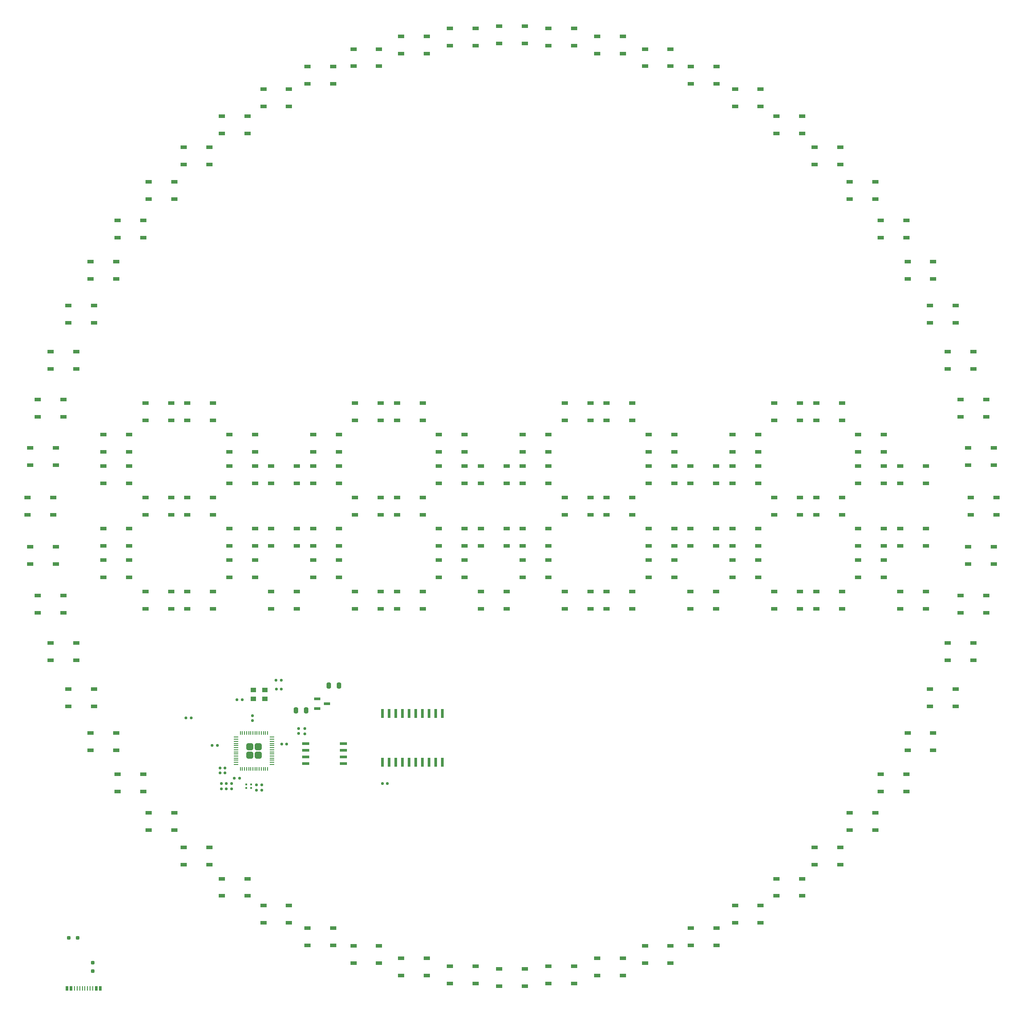
<source format=gbr>
%TF.GenerationSoftware,KiCad,Pcbnew,(6.0.9-0)*%
%TF.CreationDate,2022-12-31T14:30:25+01:00*%
%TF.ProjectId,tomclock,746f6d63-6c6f-4636-9b2e-6b696361645f,rev?*%
%TF.SameCoordinates,Original*%
%TF.FileFunction,Paste,Top*%
%TF.FilePolarity,Positive*%
%FSLAX46Y46*%
G04 Gerber Fmt 4.6, Leading zero omitted, Abs format (unit mm)*
G04 Created by KiCad (PCBNEW (6.0.9-0)) date 2022-12-31 14:30:25*
%MOMM*%
%LPD*%
G01*
G04 APERTURE LIST*
G04 Aperture macros list*
%AMRoundRect*
0 Rectangle with rounded corners*
0 $1 Rounding radius*
0 $2 $3 $4 $5 $6 $7 $8 $9 X,Y pos of 4 corners*
0 Add a 4 corners polygon primitive as box body*
4,1,4,$2,$3,$4,$5,$6,$7,$8,$9,$2,$3,0*
0 Add four circle primitives for the rounded corners*
1,1,$1+$1,$2,$3*
1,1,$1+$1,$4,$5*
1,1,$1+$1,$6,$7*
1,1,$1+$1,$8,$9*
0 Add four rect primitives between the rounded corners*
20,1,$1+$1,$2,$3,$4,$5,0*
20,1,$1+$1,$4,$5,$6,$7,0*
20,1,$1+$1,$6,$7,$8,$9,0*
20,1,$1+$1,$8,$9,$2,$3,0*%
G04 Aperture macros list end*
%ADD10R,1.200000X0.720000*%
%ADD11RoundRect,0.084000X-0.164000X0.140000X-0.164000X-0.140000X0.164000X-0.140000X0.164000X0.140000X0*%
%ADD12RoundRect,0.084000X0.140000X0.164000X-0.140000X0.164000X-0.140000X-0.164000X0.140000X-0.164000X0*%
%ADD13R,1.120000X0.960000*%
%ADD14RoundRect,0.084000X-0.140000X-0.164000X0.140000X-0.164000X0.140000X0.164000X-0.140000X0.164000X0*%
%ADD15RoundRect,0.081000X-0.175000X0.135000X-0.175000X-0.135000X0.175000X-0.135000X0.175000X0.135000X0*%
%ADD16RoundRect,0.120000X0.260000X-0.200000X0.260000X0.200000X-0.260000X0.200000X-0.260000X-0.200000X0*%
%ADD17RoundRect,0.081000X-0.135000X-0.175000X0.135000X-0.175000X0.135000X0.175000X-0.135000X0.175000X0*%
%ADD18RoundRect,0.084000X0.164000X-0.140000X0.164000X0.140000X-0.164000X0.140000X-0.164000X-0.140000X0*%
%ADD19RoundRect,0.002500X-0.587500X-0.237500X0.587500X-0.237500X0.587500X0.237500X-0.587500X0.237500X0*%
%ADD20RoundRect,0.000000X-0.640000X-0.240000X0.640000X-0.240000X0.640000X0.240000X-0.640000X0.240000X0*%
%ADD21RoundRect,0.079500X0.100500X-0.079500X0.100500X0.079500X-0.100500X0.079500X-0.100500X-0.079500X0*%
%ADD22R,0.480000X0.928000*%
%ADD23R,0.240000X0.928000*%
%ADD24RoundRect,0.150000X0.250000X0.430000X-0.250000X0.430000X-0.250000X-0.430000X0.250000X-0.430000X0*%
%ADD25RoundRect,0.120000X0.200000X0.260000X-0.200000X0.260000X-0.200000X-0.260000X0.200000X-0.260000X0*%
%ADD26RoundRect,0.249999X0.395001X0.395001X-0.395001X0.395001X-0.395001X-0.395001X0.395001X-0.395001X0*%
%ADD27RoundRect,0.000000X0.350000X0.080000X-0.350000X0.080000X-0.350000X-0.080000X0.350000X-0.080000X0*%
%ADD28RoundRect,0.030000X0.050000X0.320000X-0.050000X0.320000X-0.050000X-0.320000X0.050000X-0.320000X0*%
%ADD29RoundRect,0.000000X0.240000X-0.820000X0.240000X0.820000X-0.240000X0.820000X-0.240000X-0.820000X0*%
G04 APERTURE END LIST*
D10*
%TO.C,DS92*%
X115300000Y-117600000D03*
X115300000Y-120900000D03*
X120200000Y-120900000D03*
X120200000Y-117600000D03*
%TD*%
%TO.C,DS18*%
X204395595Y-139410000D03*
X204395595Y-142710000D03*
X209295595Y-142710000D03*
X209295595Y-139410000D03*
%TD*%
%TO.C,DS98*%
X123300000Y-105600000D03*
X123300000Y-108900000D03*
X128200000Y-108900000D03*
X128200000Y-105600000D03*
%TD*%
%TO.C,DS117*%
X171300000Y-111600000D03*
X171300000Y-114900000D03*
X176200000Y-114900000D03*
X176200000Y-111600000D03*
%TD*%
%TO.C,DS66*%
X51300000Y-111600000D03*
X51300000Y-114900000D03*
X56200000Y-114900000D03*
X56200000Y-111600000D03*
%TD*%
%TO.C,DS65*%
X67300000Y-105600000D03*
X67300000Y-108900000D03*
X72200000Y-108900000D03*
X72200000Y-105600000D03*
%TD*%
D11*
%TO.C,C6*%
X67750000Y-166270000D03*
X67750000Y-167230000D03*
%TD*%
D10*
%TO.C,DS115*%
X163300000Y-105600000D03*
X163300000Y-108900000D03*
X168200000Y-108900000D03*
X168200000Y-105600000D03*
%TD*%
D12*
%TO.C,C8*%
X69230000Y-165250000D03*
X68270000Y-165250000D03*
%TD*%
D10*
%TO.C,DS43*%
X30765595Y-130310000D03*
X30765595Y-133610000D03*
X35665595Y-133610000D03*
X35665595Y-130310000D03*
%TD*%
D13*
%TO.C,Y1*%
X74100000Y-148400000D03*
X71900000Y-148400000D03*
X71900000Y-150100000D03*
X74100000Y-150100000D03*
%TD*%
D10*
%TO.C,DS112*%
X179300000Y-93600000D03*
X179300000Y-96900000D03*
X184200000Y-96900000D03*
X184200000Y-93600000D03*
%TD*%
D14*
%TO.C,C16*%
X65540000Y-163250000D03*
X66500000Y-163250000D03*
%TD*%
D10*
%TO.C,DS123*%
X171300000Y-129600000D03*
X171300000Y-132900000D03*
X176200000Y-132900000D03*
X176200000Y-129600000D03*
%TD*%
D15*
%TO.C,R2*%
X81750000Y-155740000D03*
X81750000Y-156760000D03*
%TD*%
D10*
%TO.C,DS86*%
X107300000Y-117600000D03*
X107300000Y-120900000D03*
X112200000Y-120900000D03*
X112200000Y-117600000D03*
%TD*%
%TO.C,DS64*%
X43300000Y-105600000D03*
X43300000Y-108900000D03*
X48200000Y-108900000D03*
X48200000Y-105600000D03*
%TD*%
%TO.C,DS23*%
X179015595Y-178480000D03*
X179015595Y-181780000D03*
X183915595Y-181780000D03*
X183915595Y-178480000D03*
%TD*%
%TO.C,DS109*%
X155300000Y-117600000D03*
X155300000Y-120900000D03*
X160200000Y-120900000D03*
X160200000Y-117600000D03*
%TD*%
%TO.C,DS91*%
X115300000Y-105600000D03*
X115300000Y-108900000D03*
X120200000Y-108900000D03*
X120200000Y-105600000D03*
%TD*%
%TO.C,DS93*%
X115300000Y-129600000D03*
X115300000Y-132900000D03*
X120200000Y-132900000D03*
X120200000Y-129600000D03*
%TD*%
%TO.C,DS82*%
X107300000Y-105600000D03*
X107300000Y-108900000D03*
X112200000Y-108900000D03*
X112200000Y-105600000D03*
%TD*%
%TO.C,DS118*%
X179300000Y-111600000D03*
X179300000Y-114900000D03*
X184200000Y-114900000D03*
X184200000Y-111600000D03*
%TD*%
D16*
%TO.C,R4*%
X41250000Y-202075000D03*
X41250000Y-200425000D03*
%TD*%
D10*
%TO.C,DS63*%
X67300000Y-99600000D03*
X67300000Y-102900000D03*
X72200000Y-102900000D03*
X72200000Y-99600000D03*
%TD*%
%TO.C,DS71*%
X67300000Y-123600000D03*
X67300000Y-126900000D03*
X72200000Y-126900000D03*
X72200000Y-123600000D03*
%TD*%
%TO.C,DS125*%
X195300000Y-105600000D03*
X195300000Y-108900000D03*
X200200000Y-108900000D03*
X200200000Y-105600000D03*
%TD*%
%TO.C,DS70*%
X43300000Y-123600000D03*
X43300000Y-126900000D03*
X48200000Y-126900000D03*
X48200000Y-123600000D03*
%TD*%
%TO.C,DS0*%
X118795595Y-21600000D03*
X118795595Y-24900000D03*
X123695595Y-24900000D03*
X123695595Y-21600000D03*
%TD*%
%TO.C,DS16*%
X208305595Y-121010000D03*
X208305595Y-124310000D03*
X213205595Y-124310000D03*
X213205595Y-121010000D03*
%TD*%
%TO.C,DS13*%
X206825595Y-92890000D03*
X206825595Y-96190000D03*
X211725595Y-96190000D03*
X211725595Y-92890000D03*
%TD*%
%TO.C,DS40*%
X40855595Y-156600000D03*
X40855595Y-159900000D03*
X45755595Y-159900000D03*
X45755595Y-156600000D03*
%TD*%
%TO.C,DS107*%
X139300000Y-129600000D03*
X139300000Y-132900000D03*
X144200000Y-132900000D03*
X144200000Y-129600000D03*
%TD*%
%TO.C,DS48*%
X33195595Y-83790000D03*
X33195595Y-87090000D03*
X38095595Y-87090000D03*
X38095595Y-83790000D03*
%TD*%
D14*
%TO.C,C13*%
X68790000Y-150250000D03*
X69750000Y-150250000D03*
%TD*%
D10*
%TO.C,DS20*%
X196735595Y-156600000D03*
X196735595Y-159900000D03*
X201635595Y-159900000D03*
X201635595Y-156600000D03*
%TD*%
D17*
%TO.C,R7*%
X76240000Y-146500000D03*
X77260000Y-146500000D03*
%TD*%
D10*
%TO.C,DS1*%
X128205595Y-22090000D03*
X128205595Y-25390000D03*
X133105595Y-25390000D03*
X133105595Y-22090000D03*
%TD*%
%TO.C,DS19*%
X201015595Y-148210000D03*
X201015595Y-151510000D03*
X205915595Y-151510000D03*
X205915595Y-148210000D03*
%TD*%
%TO.C,DS33*%
X90985595Y-197200000D03*
X90985595Y-200500000D03*
X95885595Y-200500000D03*
X95885595Y-197200000D03*
%TD*%
%TO.C,DS95*%
X139300000Y-93600000D03*
X139300000Y-96900000D03*
X144200000Y-96900000D03*
X144200000Y-93600000D03*
%TD*%
%TO.C,DS119*%
X163300000Y-117600000D03*
X163300000Y-120900000D03*
X168200000Y-120900000D03*
X168200000Y-117600000D03*
%TD*%
%TO.C,DS78*%
X99300000Y-93600000D03*
X99300000Y-96900000D03*
X104200000Y-96900000D03*
X104200000Y-93600000D03*
%TD*%
%TO.C,DS11*%
X201015595Y-74990000D03*
X201015595Y-78290000D03*
X205915595Y-78290000D03*
X205915595Y-74990000D03*
%TD*%
%TO.C,DS80*%
X107300000Y-99600000D03*
X107300000Y-102900000D03*
X112200000Y-102900000D03*
X112200000Y-99600000D03*
%TD*%
D11*
%TO.C,C5*%
X65750000Y-166270000D03*
X65750000Y-167230000D03*
%TD*%
D10*
%TO.C,DS3*%
X146605595Y-26000000D03*
X146605595Y-29300000D03*
X151505595Y-29300000D03*
X151505595Y-26000000D03*
%TD*%
%TO.C,DS47*%
X30765595Y-92890000D03*
X30765595Y-96190000D03*
X35665595Y-96190000D03*
X35665595Y-92890000D03*
%TD*%
%TO.C,DS62*%
X43300000Y-99600000D03*
X43300000Y-102900000D03*
X48200000Y-102900000D03*
X48200000Y-99600000D03*
%TD*%
%TO.C,DS85*%
X83300000Y-117600000D03*
X83300000Y-120900000D03*
X88200000Y-120900000D03*
X88200000Y-117600000D03*
%TD*%
%TO.C,DS6*%
X171695595Y-38790000D03*
X171695595Y-42090000D03*
X176595595Y-42090000D03*
X176595595Y-38790000D03*
%TD*%
%TO.C,DS103*%
X147300000Y-117600000D03*
X147300000Y-120900000D03*
X152200000Y-120900000D03*
X152200000Y-117600000D03*
%TD*%
%TO.C,DS111*%
X171300000Y-93600000D03*
X171300000Y-96900000D03*
X176200000Y-96900000D03*
X176200000Y-93600000D03*
%TD*%
%TO.C,DS39*%
X45985595Y-164500000D03*
X45985595Y-167800000D03*
X50885595Y-167800000D03*
X50885595Y-164500000D03*
%TD*%
D18*
%TO.C,C1*%
X80500000Y-156710000D03*
X80500000Y-155750000D03*
%TD*%
D10*
%TO.C,DS127*%
X195300000Y-129600000D03*
X195300000Y-132900000D03*
X200200000Y-132900000D03*
X200200000Y-129600000D03*
%TD*%
D19*
%TO.C,U2*%
X84062500Y-150050000D03*
X84062500Y-151950000D03*
X85937500Y-151000000D03*
%TD*%
D10*
%TO.C,DS122*%
X187300000Y-123600000D03*
X187300000Y-126900000D03*
X192200000Y-126900000D03*
X192200000Y-123600000D03*
%TD*%
%TO.C,DS50*%
X40855595Y-66600000D03*
X40855595Y-69900000D03*
X45755595Y-69900000D03*
X45755595Y-66600000D03*
%TD*%
%TO.C,DS10*%
X196735595Y-66600000D03*
X196735595Y-69900000D03*
X201635595Y-69900000D03*
X201635595Y-66600000D03*
%TD*%
%TO.C,DS108*%
X155300000Y-105600000D03*
X155300000Y-108900000D03*
X160200000Y-108900000D03*
X160200000Y-105600000D03*
%TD*%
%TO.C,DS83*%
X91300000Y-111600000D03*
X91300000Y-114900000D03*
X96200000Y-114900000D03*
X96200000Y-111600000D03*
%TD*%
%TO.C,DS72*%
X51300000Y-129600000D03*
X51300000Y-132900000D03*
X56200000Y-132900000D03*
X56200000Y-129600000D03*
%TD*%
D14*
%TO.C,C17*%
X96520000Y-166250000D03*
X97480000Y-166250000D03*
%TD*%
D10*
%TO.C,DS126*%
X195300000Y-117600000D03*
X195300000Y-120900000D03*
X200200000Y-120900000D03*
X200200000Y-117600000D03*
%TD*%
%TO.C,DS110*%
X155300000Y-129600000D03*
X155300000Y-132900000D03*
X160200000Y-132900000D03*
X160200000Y-129600000D03*
%TD*%
%TO.C,DS55*%
X73795595Y-33660000D03*
X73795595Y-36960000D03*
X78695595Y-36960000D03*
X78695595Y-33660000D03*
%TD*%
%TO.C,DS106*%
X131300000Y-129600000D03*
X131300000Y-132900000D03*
X136200000Y-132900000D03*
X136200000Y-129600000D03*
%TD*%
%TO.C,DS41*%
X36575595Y-148210000D03*
X36575595Y-151510000D03*
X41475595Y-151510000D03*
X41475595Y-148210000D03*
%TD*%
%TO.C,DS42*%
X33195595Y-139410000D03*
X33195595Y-142710000D03*
X38095595Y-142710000D03*
X38095595Y-139410000D03*
%TD*%
%TO.C,DS4*%
X155405595Y-29380000D03*
X155405595Y-32680000D03*
X160305595Y-32680000D03*
X160305595Y-29380000D03*
%TD*%
D12*
%TO.C,C14*%
X77230000Y-148250000D03*
X76270000Y-148250000D03*
%TD*%
D10*
%TO.C,DS53*%
X58575595Y-44720000D03*
X58575595Y-48020000D03*
X63475595Y-48020000D03*
X63475595Y-44720000D03*
%TD*%
%TO.C,DS44*%
X29285595Y-121010000D03*
X29285595Y-124310000D03*
X34185595Y-124310000D03*
X34185595Y-121010000D03*
%TD*%
%TO.C,DS17*%
X206825595Y-130310000D03*
X206825595Y-133610000D03*
X211725595Y-133610000D03*
X211725595Y-130310000D03*
%TD*%
%TO.C,DS61*%
X59300000Y-93600000D03*
X59300000Y-96900000D03*
X64200000Y-96900000D03*
X64200000Y-93600000D03*
%TD*%
%TO.C,DS57*%
X90985595Y-26000000D03*
X90985595Y-29300000D03*
X95885595Y-29300000D03*
X95885595Y-26000000D03*
%TD*%
D14*
%TO.C,C12*%
X64040000Y-159000000D03*
X65000000Y-159000000D03*
%TD*%
D10*
%TO.C,DS49*%
X36575595Y-74990000D03*
X36575595Y-78290000D03*
X41475595Y-78290000D03*
X41475595Y-74990000D03*
%TD*%
%TO.C,DS76*%
X75300000Y-129600000D03*
X75300000Y-132900000D03*
X80200000Y-132900000D03*
X80200000Y-129600000D03*
%TD*%
%TO.C,DS9*%
X191605595Y-58700000D03*
X191605595Y-62000000D03*
X196505595Y-62000000D03*
X196505595Y-58700000D03*
%TD*%
%TO.C,DS101*%
X139300000Y-111600000D03*
X139300000Y-114900000D03*
X144200000Y-114900000D03*
X144200000Y-111600000D03*
%TD*%
%TO.C,DS5*%
X163795595Y-33660000D03*
X163795595Y-36960000D03*
X168695595Y-36960000D03*
X168695595Y-33660000D03*
%TD*%
D11*
%TO.C,C10*%
X71750000Y-153270000D03*
X71750000Y-154230000D03*
%TD*%
D10*
%TO.C,DS81*%
X83300000Y-105600000D03*
X83300000Y-108900000D03*
X88200000Y-108900000D03*
X88200000Y-105600000D03*
%TD*%
D20*
%TO.C,U1*%
X81900000Y-158595000D03*
X81900000Y-159865000D03*
X81900000Y-161135000D03*
X81900000Y-162405000D03*
X89100000Y-162405000D03*
X89100000Y-161135000D03*
X89100000Y-159865000D03*
X89100000Y-158595000D03*
%TD*%
D21*
%TO.C,R6*%
X70500000Y-167095000D03*
X70500000Y-166405000D03*
%TD*%
D10*
%TO.C,DS104*%
X123300000Y-123600000D03*
X123300000Y-126900000D03*
X128200000Y-126900000D03*
X128200000Y-123600000D03*
%TD*%
%TO.C,DS24*%
X171695595Y-184410000D03*
X171695595Y-187710000D03*
X176595595Y-187710000D03*
X176595595Y-184410000D03*
%TD*%
%TO.C,DS114*%
X187300000Y-99600000D03*
X187300000Y-102900000D03*
X192200000Y-102900000D03*
X192200000Y-99600000D03*
%TD*%
D22*
%TO.C,J2*%
X36300000Y-205365000D03*
X37100000Y-205365000D03*
D23*
X38250000Y-205365000D03*
X39250000Y-205365000D03*
X39750000Y-205365000D03*
X40750000Y-205365000D03*
D22*
X41900000Y-205365000D03*
X42700000Y-205365000D03*
X42700000Y-205365000D03*
X41900000Y-205365000D03*
D23*
X41250000Y-205365000D03*
X40250000Y-205365000D03*
X38750000Y-205365000D03*
X37750000Y-205365000D03*
D22*
X37100000Y-205365000D03*
X36300000Y-205365000D03*
%TD*%
D24*
%TO.C,C2*%
X88200000Y-147500000D03*
X86300000Y-147500000D03*
%TD*%
D10*
%TO.C,DS99*%
X147300000Y-105600000D03*
X147300000Y-108900000D03*
X152200000Y-108900000D03*
X152200000Y-105600000D03*
%TD*%
%TO.C,DS29*%
X128205595Y-201110000D03*
X128205595Y-204410000D03*
X133105595Y-204410000D03*
X133105595Y-201110000D03*
%TD*%
D14*
%TO.C,C15*%
X65540000Y-164250000D03*
X66500000Y-164250000D03*
%TD*%
D10*
%TO.C,DS73*%
X59300000Y-129600000D03*
X59300000Y-132900000D03*
X64200000Y-132900000D03*
X64200000Y-129600000D03*
%TD*%
%TO.C,DS59*%
X109385595Y-22090000D03*
X109385595Y-25390000D03*
X114285595Y-25390000D03*
X114285595Y-22090000D03*
%TD*%
%TO.C,DS97*%
X147300000Y-99600000D03*
X147300000Y-102900000D03*
X152200000Y-102900000D03*
X152200000Y-99600000D03*
%TD*%
%TO.C,DS116*%
X187300000Y-105600000D03*
X187300000Y-108900000D03*
X192200000Y-108900000D03*
X192200000Y-105600000D03*
%TD*%
D25*
%TO.C,R3*%
X38325000Y-195750000D03*
X36675000Y-195750000D03*
%TD*%
D10*
%TO.C,DS96*%
X123300000Y-99600000D03*
X123300000Y-102900000D03*
X128200000Y-102900000D03*
X128200000Y-99600000D03*
%TD*%
%TO.C,DS45*%
X28795595Y-111600000D03*
X28795595Y-114900000D03*
X33695595Y-114900000D03*
X33695595Y-111600000D03*
%TD*%
%TO.C,DS113*%
X163300000Y-99600000D03*
X163300000Y-102900000D03*
X168200000Y-102900000D03*
X168200000Y-99600000D03*
%TD*%
%TO.C,DS35*%
X73795595Y-189540000D03*
X73795595Y-192840000D03*
X78695595Y-192840000D03*
X78695595Y-189540000D03*
%TD*%
%TO.C,DS58*%
X100085595Y-23570000D03*
X100085595Y-26870000D03*
X104985595Y-26870000D03*
X104985595Y-23570000D03*
%TD*%
%TO.C,DS15*%
X208795595Y-111600000D03*
X208795595Y-114900000D03*
X213695595Y-114900000D03*
X213695595Y-111600000D03*
%TD*%
%TO.C,DS52*%
X51915595Y-51380000D03*
X51915595Y-54680000D03*
X56815595Y-54680000D03*
X56815595Y-51380000D03*
%TD*%
%TO.C,DS38*%
X51915595Y-171820000D03*
X51915595Y-175120000D03*
X56815595Y-175120000D03*
X56815595Y-171820000D03*
%TD*%
%TO.C,DS60*%
X51300000Y-93600000D03*
X51300000Y-96900000D03*
X56200000Y-96900000D03*
X56200000Y-93600000D03*
%TD*%
%TO.C,DS32*%
X100085595Y-199630000D03*
X100085595Y-202930000D03*
X104985595Y-202930000D03*
X104985595Y-199630000D03*
%TD*%
%TO.C,DS56*%
X82185595Y-29380000D03*
X82185595Y-32680000D03*
X87085595Y-32680000D03*
X87085595Y-29380000D03*
%TD*%
%TO.C,DS31*%
X109385595Y-201110000D03*
X109385595Y-204410000D03*
X114285595Y-204410000D03*
X114285595Y-201110000D03*
%TD*%
D18*
%TO.C,C7*%
X73500000Y-167480000D03*
X73500000Y-166520000D03*
%TD*%
D10*
%TO.C,DS75*%
X75300000Y-117600000D03*
X75300000Y-120900000D03*
X80200000Y-120900000D03*
X80200000Y-117600000D03*
%TD*%
%TO.C,DS21*%
X191605595Y-164500000D03*
X191605595Y-167800000D03*
X196505595Y-167800000D03*
X196505595Y-164500000D03*
%TD*%
%TO.C,DS12*%
X204395595Y-83790000D03*
X204395595Y-87090000D03*
X209295595Y-87090000D03*
X209295595Y-83790000D03*
%TD*%
D21*
%TO.C,R5*%
X71500000Y-167095000D03*
X71500000Y-166405000D03*
%TD*%
D10*
%TO.C,DS68*%
X43300000Y-117600000D03*
X43300000Y-120900000D03*
X48200000Y-120900000D03*
X48200000Y-117600000D03*
%TD*%
D24*
%TO.C,C3*%
X81950000Y-152250000D03*
X80050000Y-152250000D03*
%TD*%
D10*
%TO.C,DS121*%
X163300000Y-123600000D03*
X163300000Y-126900000D03*
X168200000Y-126900000D03*
X168200000Y-123600000D03*
%TD*%
%TO.C,DS37*%
X58575595Y-178480000D03*
X58575595Y-181780000D03*
X63475595Y-181780000D03*
X63475595Y-178480000D03*
%TD*%
%TO.C,DS100*%
X131300000Y-111600000D03*
X131300000Y-114900000D03*
X136200000Y-114900000D03*
X136200000Y-111600000D03*
%TD*%
%TO.C,DS77*%
X91300000Y-93600000D03*
X91300000Y-96900000D03*
X96200000Y-96900000D03*
X96200000Y-93600000D03*
%TD*%
%TO.C,DS102*%
X123300000Y-117600000D03*
X123300000Y-120900000D03*
X128200000Y-120900000D03*
X128200000Y-117600000D03*
%TD*%
%TO.C,DS7*%
X179015595Y-44720000D03*
X179015595Y-48020000D03*
X183915595Y-48020000D03*
X183915595Y-44720000D03*
%TD*%
%TO.C,DS74*%
X75300000Y-105600000D03*
X75300000Y-108900000D03*
X80200000Y-108900000D03*
X80200000Y-105600000D03*
%TD*%
%TO.C,DS67*%
X59300000Y-111600000D03*
X59300000Y-114900000D03*
X64200000Y-114900000D03*
X64200000Y-111600000D03*
%TD*%
%TO.C,DS22*%
X185675595Y-171820000D03*
X185675595Y-175120000D03*
X190575595Y-175120000D03*
X190575595Y-171820000D03*
%TD*%
%TO.C,DS25*%
X163795595Y-189540000D03*
X163795595Y-192840000D03*
X168695595Y-192840000D03*
X168695595Y-189540000D03*
%TD*%
%TO.C,DS105*%
X147300000Y-123600000D03*
X147300000Y-126900000D03*
X152200000Y-126900000D03*
X152200000Y-123600000D03*
%TD*%
%TO.C,DS87*%
X83300000Y-123600000D03*
X83300000Y-126900000D03*
X88200000Y-126900000D03*
X88200000Y-123600000D03*
%TD*%
%TO.C,DS2*%
X137505595Y-23570000D03*
X137505595Y-26870000D03*
X142405595Y-26870000D03*
X142405595Y-23570000D03*
%TD*%
%TO.C,DS28*%
X137505595Y-199630000D03*
X137505595Y-202930000D03*
X142405595Y-202930000D03*
X142405595Y-199630000D03*
%TD*%
%TO.C,DS89*%
X91300000Y-129600000D03*
X91300000Y-132900000D03*
X96200000Y-132900000D03*
X96200000Y-129600000D03*
%TD*%
%TO.C,DS88*%
X107300000Y-123600000D03*
X107300000Y-126900000D03*
X112200000Y-126900000D03*
X112200000Y-123600000D03*
%TD*%
D11*
%TO.C,C4*%
X66750000Y-166270000D03*
X66750000Y-167230000D03*
%TD*%
D10*
%TO.C,DS27*%
X146605595Y-197200000D03*
X146605595Y-200500000D03*
X151505595Y-200500000D03*
X151505595Y-197200000D03*
%TD*%
%TO.C,DS30*%
X118795595Y-201600000D03*
X118795595Y-204900000D03*
X123695595Y-204900000D03*
X123695595Y-201600000D03*
%TD*%
%TO.C,DS34*%
X82185595Y-193820000D03*
X82185595Y-197120000D03*
X87085595Y-197120000D03*
X87085595Y-193820000D03*
%TD*%
%TO.C,DS79*%
X83300000Y-99600000D03*
X83300000Y-102900000D03*
X88200000Y-102900000D03*
X88200000Y-99600000D03*
%TD*%
%TO.C,DS124*%
X179300000Y-129600000D03*
X179300000Y-132900000D03*
X184200000Y-132900000D03*
X184200000Y-129600000D03*
%TD*%
%TO.C,DS14*%
X208305595Y-102190000D03*
X208305595Y-105490000D03*
X213205595Y-105490000D03*
X213205595Y-102190000D03*
%TD*%
%TO.C,DS120*%
X187300000Y-117600000D03*
X187300000Y-120900000D03*
X192200000Y-120900000D03*
X192200000Y-117600000D03*
%TD*%
%TO.C,DS54*%
X65895595Y-38790000D03*
X65895595Y-42090000D03*
X70795595Y-42090000D03*
X70795595Y-38790000D03*
%TD*%
%TO.C,DS69*%
X67300000Y-117600000D03*
X67300000Y-120900000D03*
X72200000Y-120900000D03*
X72200000Y-117600000D03*
%TD*%
D26*
%TO.C,U3*%
X71200000Y-160800000D03*
X72800000Y-159200000D03*
X71200000Y-159200000D03*
X72800000Y-160800000D03*
D27*
X75437500Y-162600000D03*
X75437500Y-162200000D03*
X75437500Y-161800000D03*
X75437500Y-161400000D03*
X75437500Y-161000000D03*
X75437500Y-160600000D03*
X75437500Y-160200000D03*
X75437500Y-159800000D03*
X75437500Y-159400000D03*
X75437500Y-159000000D03*
X75437500Y-158600000D03*
X75437500Y-158200000D03*
X75437500Y-157800000D03*
X75437500Y-157400000D03*
D28*
X74600000Y-156562500D03*
X74200000Y-156562500D03*
X73800000Y-156562500D03*
X73400000Y-156562500D03*
X73000000Y-156562500D03*
X72600000Y-156562500D03*
X72200000Y-156562500D03*
X71800000Y-156562500D03*
X71400000Y-156562500D03*
X71000000Y-156562500D03*
X70600000Y-156562500D03*
X70200000Y-156562500D03*
X69800000Y-156562500D03*
X69400000Y-156562500D03*
D27*
X68562500Y-157400000D03*
X68562500Y-157800000D03*
X68562500Y-158200000D03*
X68562500Y-158600000D03*
X68562500Y-159000000D03*
X68562500Y-159400000D03*
X68562500Y-159800000D03*
X68562500Y-160200000D03*
X68562500Y-160600000D03*
X68562500Y-161000000D03*
X68562500Y-161400000D03*
X68562500Y-161800000D03*
X68562500Y-162200000D03*
X68562500Y-162600000D03*
D28*
X69400000Y-163437500D03*
X69800000Y-163437500D03*
X70200000Y-163437500D03*
X70600000Y-163437500D03*
X71000000Y-163437500D03*
X71400000Y-163437500D03*
X71800000Y-163437500D03*
X72200000Y-163437500D03*
X72600000Y-163437500D03*
X73000000Y-163437500D03*
X73400000Y-163437500D03*
X73800000Y-163437500D03*
X74200000Y-163437500D03*
X74600000Y-163437500D03*
%TD*%
D29*
%TO.C,U4*%
X96535000Y-162150000D03*
X97805000Y-162150000D03*
X99075000Y-162150000D03*
X100345000Y-162150000D03*
X101615000Y-162150000D03*
X102885000Y-162150000D03*
X104155000Y-162150000D03*
X105425000Y-162150000D03*
X106695000Y-162150000D03*
X107965000Y-162150000D03*
X107965000Y-152850000D03*
X106695000Y-152850000D03*
X105425000Y-152850000D03*
X104155000Y-152850000D03*
X102885000Y-152850000D03*
X101615000Y-152850000D03*
X100345000Y-152850000D03*
X99075000Y-152850000D03*
X97805000Y-152850000D03*
X96535000Y-152850000D03*
%TD*%
D10*
%TO.C,DS84*%
X99300000Y-111600000D03*
X99300000Y-114900000D03*
X104200000Y-114900000D03*
X104200000Y-111600000D03*
%TD*%
D12*
%TO.C,C9*%
X78230000Y-158750000D03*
X77270000Y-158750000D03*
%TD*%
D10*
%TO.C,DS51*%
X45985595Y-58700000D03*
X45985595Y-62000000D03*
X50885595Y-62000000D03*
X50885595Y-58700000D03*
%TD*%
%TO.C,DS8*%
X185675595Y-51380000D03*
X185675595Y-54680000D03*
X190575595Y-54680000D03*
X190575595Y-51380000D03*
%TD*%
%TO.C,DS26*%
X155405595Y-193820000D03*
X155405595Y-197120000D03*
X160305595Y-197120000D03*
X160305595Y-193820000D03*
%TD*%
%TO.C,DS90*%
X99300000Y-129600000D03*
X99300000Y-132900000D03*
X104200000Y-132900000D03*
X104200000Y-129600000D03*
%TD*%
D17*
%TO.C,R1*%
X58980000Y-153750000D03*
X60000000Y-153750000D03*
%TD*%
D10*
%TO.C,DS46*%
X29285595Y-102190000D03*
X29285595Y-105490000D03*
X34185595Y-105490000D03*
X34185595Y-102190000D03*
%TD*%
D18*
%TO.C,C11*%
X72500000Y-167500000D03*
X72500000Y-166540000D03*
%TD*%
D10*
%TO.C,DS36*%
X65895595Y-184410000D03*
X65895595Y-187710000D03*
X70795595Y-187710000D03*
X70795595Y-184410000D03*
%TD*%
%TO.C,DS94*%
X131300000Y-93600000D03*
X131300000Y-96900000D03*
X136200000Y-96900000D03*
X136200000Y-93600000D03*
%TD*%
M02*

</source>
